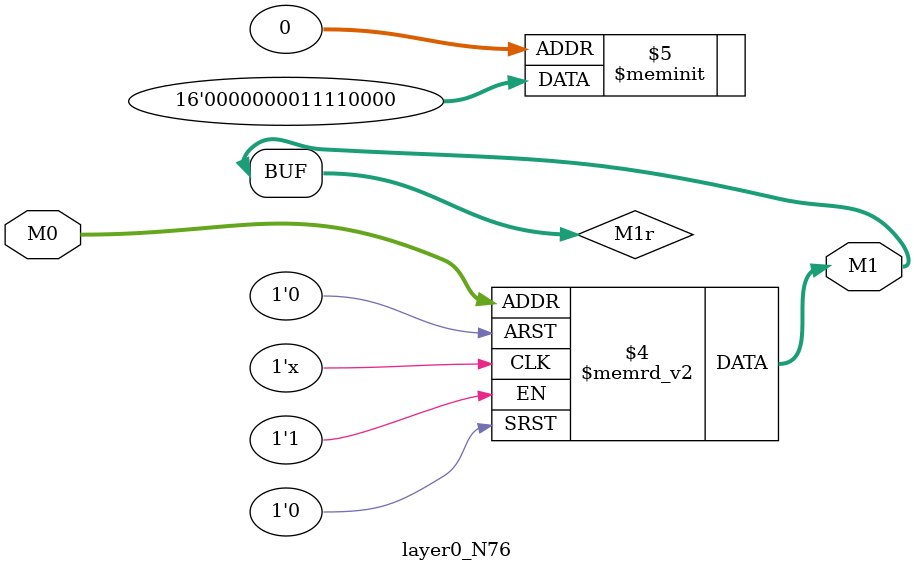
<source format=v>
module layer0_N76 ( input [2:0] M0, output [1:0] M1 );

	(*rom_style = "distributed" *) reg [1:0] M1r;
	assign M1 = M1r;
	always @ (M0) begin
		case (M0)
			3'b000: M1r = 2'b00;
			3'b100: M1r = 2'b00;
			3'b010: M1r = 2'b11;
			3'b110: M1r = 2'b00;
			3'b001: M1r = 2'b00;
			3'b101: M1r = 2'b00;
			3'b011: M1r = 2'b11;
			3'b111: M1r = 2'b00;

		endcase
	end
endmodule

</source>
